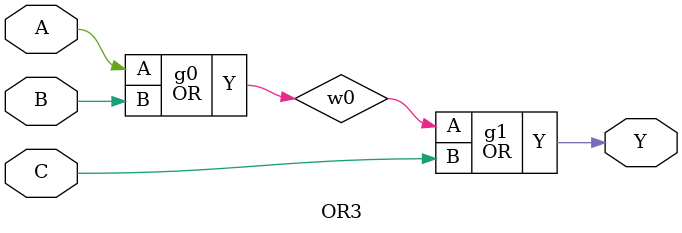
<source format=v>
`ifndef GATES
`define GATES

module BUF(output Y, input A);
	buf #1 g0(Y, A);
endmodule

module NOT(output Y, input A);
	not #1 g0(Y, A);
endmodule

module NAND(output Y, input A, B);
	nand #2 g0(Y, A, B);
endmodule

module AND(output Y, input A, B);
	and #3 g0(Y, A, B);
endmodule

module NOR(output Y, input A, B);
	nor #2 g0(Y, A, B);
endmodule

module OR(output Y, input A, B);
	or #3 g0(Y, A, B);
endmodule

module XOR(output Y, input A, B);
	xor #5 g0(Y, A, B);
endmodule

module AND4(output Y, input A, B, C, D);
	wire w0, w1;
	AND g0(w0, A, B);
	AND g1(w1, C, D);
	AND g2(Y, w0, w1);
endmodule

module OR4(output Y, input A, B, C, D);
	wire w0, w1;
	OR g0(w0, A, B);
	OR g1(w1, C, D);
	OR g2(Y, w0, w1);
endmodule

module AND3(output Y, input A, B, C);
	wire w0;
	AND g0(w0, A, B);
	AND g1(Y, w0, C);
endmodule

module OR3(output Y, input A, B, C);
	wire w0;
	OR g0(w0, A, B);
	OR g1(Y, w0, C);
endmodule

`endif
</source>
